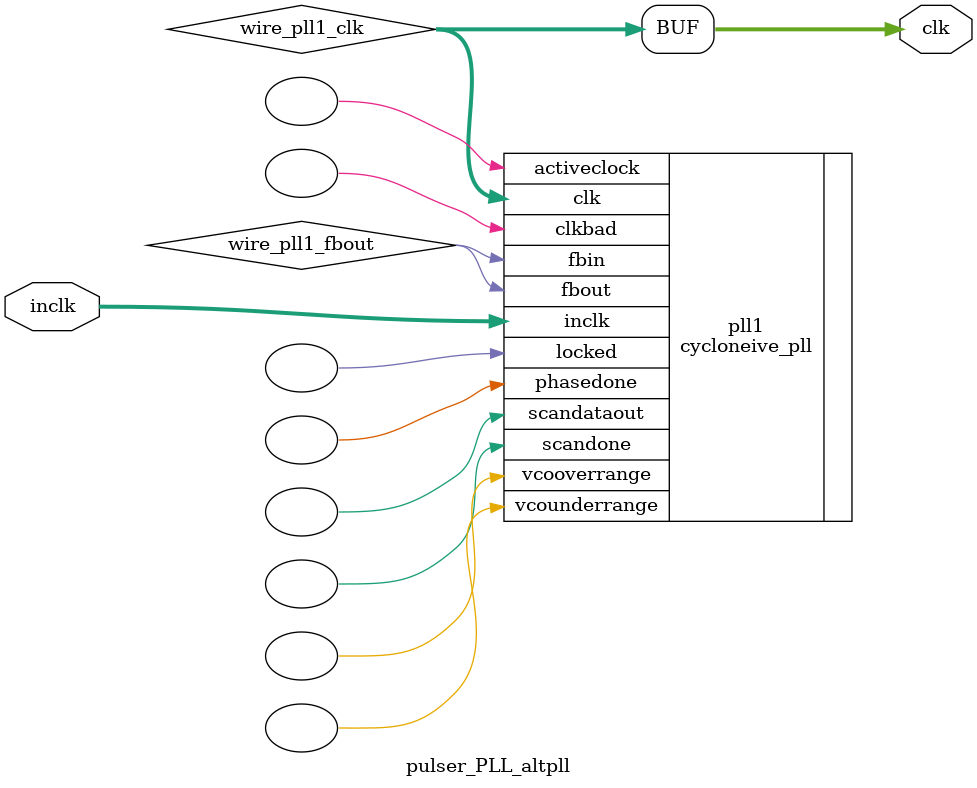
<source format=v>






//synthesis_resources = cycloneive_pll 1 
//synopsys translate_off
`timescale 1 ps / 1 ps
//synopsys translate_on
module  pulser_PLL_altpll
	( 
	clk,
	inclk) /* synthesis synthesis_clearbox=1 */;
	output   [4:0]  clk;
	input   [1:0]  inclk;
`ifndef ALTERA_RESERVED_QIS
// synopsys translate_off
`endif
	tri0   [1:0]  inclk;
`ifndef ALTERA_RESERVED_QIS
// synopsys translate_on
`endif

	wire  [4:0]   wire_pll1_clk;
	wire  wire_pll1_fbout;

	cycloneive_pll   pll1
	( 
	.activeclock(),
	.clk(wire_pll1_clk),
	.clkbad(),
	.fbin(wire_pll1_fbout),
	.fbout(wire_pll1_fbout),
	.inclk(inclk),
	.locked(),
	.phasedone(),
	.scandataout(),
	.scandone(),
	.vcooverrange(),
	.vcounderrange()
	`ifndef FORMAL_VERIFICATION
	// synopsys translate_off
	`endif
	,
	.areset(1'b0),
	.clkswitch(1'b0),
	.configupdate(1'b0),
	.pfdena(1'b1),
	.phasecounterselect({3{1'b0}}),
	.phasestep(1'b0),
	.phaseupdown(1'b0),
	.scanclk(1'b0),
	.scanclkena(1'b1),
	.scandata(1'b0)
	`ifndef FORMAL_VERIFICATION
	// synopsys translate_on
	`endif
	);
	defparam
		pll1.bandwidth_type = "auto",
		pll1.clk0_divide_by = 1,
		pll1.clk0_duty_cycle = 50,
		pll1.clk0_multiply_by = 2,
		pll1.clk0_phase_shift = "0",
		pll1.clk1_divide_by = 1,
		pll1.clk1_duty_cycle = 50,
		pll1.clk1_multiply_by = 4,
		pll1.clk1_phase_shift = "0",
		pll1.compensate_clock = "clk0",
		pll1.inclk0_input_frequency = 20000,
		pll1.operation_mode = "normal",
		pll1.pll_type = "auto",
		pll1.lpm_type = "cycloneive_pll";
	assign
		clk = {wire_pll1_clk[4:0]};
endmodule //pulser_PLL_altpll
//VALID FILE

</source>
